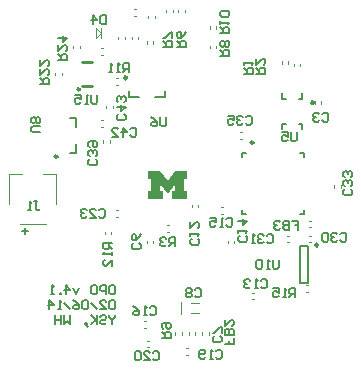
<source format=gbo>
%FSLAX24Y24*%
%MOIN*%
G70*
G01*
G75*
G04 Layer_Color=32896*
%ADD10C,0.0100*%
G04:AMPARAMS|DCode=11|XSize=63mil|YSize=98.4mil|CornerRadius=15.7mil|HoleSize=0mil|Usage=FLASHONLY|Rotation=0.000|XOffset=0mil|YOffset=0mil|HoleType=Round|Shape=RoundedRectangle|*
%AMROUNDEDRECTD11*
21,1,0.0630,0.0669,0,0,0.0*
21,1,0.0315,0.0984,0,0,0.0*
1,1,0.0315,0.0157,-0.0335*
1,1,0.0315,-0.0157,-0.0335*
1,1,0.0315,-0.0157,0.0335*
1,1,0.0315,0.0157,0.0335*
%
%ADD11ROUNDEDRECTD11*%
G04:AMPARAMS|DCode=12|XSize=33.5mil|YSize=17.7mil|CornerRadius=4.4mil|HoleSize=0mil|Usage=FLASHONLY|Rotation=0.000|XOffset=0mil|YOffset=0mil|HoleType=Round|Shape=RoundedRectangle|*
%AMROUNDEDRECTD12*
21,1,0.0335,0.0089,0,0,0.0*
21,1,0.0246,0.0177,0,0,0.0*
1,1,0.0089,0.0123,-0.0044*
1,1,0.0089,-0.0123,-0.0044*
1,1,0.0089,-0.0123,0.0044*
1,1,0.0089,0.0123,0.0044*
%
%ADD12ROUNDEDRECTD12*%
%ADD13O,0.0335X0.0110*%
%ADD14O,0.0110X0.0335*%
%ADD15R,0.2028X0.2028*%
%ADD16R,0.1850X0.1850*%
%ADD17O,0.0110X0.0315*%
%ADD18O,0.0315X0.0110*%
%ADD19O,0.0276X0.0098*%
%ADD20O,0.0098X0.0276*%
%ADD21O,0.0532X0.0177*%
%ADD22R,0.0142X0.0142*%
%ADD23R,0.0110X0.0110*%
G04:AMPARAMS|DCode=24|XSize=59.1mil|YSize=102.4mil|CornerRadius=0mil|HoleSize=0mil|Usage=FLASHONLY|Rotation=230.000|XOffset=0mil|YOffset=0mil|HoleType=Round|Shape=Rectangle|*
%AMROTATEDRECTD24*
4,1,4,-0.0202,0.0555,0.0582,-0.0103,0.0202,-0.0555,-0.0582,0.0103,-0.0202,0.0555,0.0*
%
%ADD24ROTATEDRECTD24*%

%ADD25R,0.0551X0.0630*%
%ADD26R,0.0630X0.0748*%
%ADD27R,0.0532X0.0157*%
%ADD28R,0.0138X0.0098*%
%ADD29R,0.0098X0.0187*%
%ADD30R,0.0217X0.0394*%
%ADD31R,0.0118X0.0193*%
%ADD32R,0.0118X0.0209*%
%ADD33R,0.0787X0.0472*%
%ADD34R,0.0335X0.0157*%
%ADD35R,0.0157X0.0335*%
%ADD36R,0.0276X0.0354*%
%ADD37R,0.0197X0.0315*%
%ADD38O,0.0315X0.0157*%
%ADD39R,0.2362X0.1890*%
%ADD40R,0.0236X0.0157*%
%ADD41R,0.0197X0.0354*%
%ADD42R,0.0157X0.0236*%
%ADD43R,0.0354X0.0197*%
%ADD44C,0.0060*%
%ADD45C,0.0050*%
%ADD46C,0.0120*%
%ADD47C,0.0181*%
%ADD48C,0.0080*%
%ADD49C,0.0150*%
%ADD50C,0.1260*%
%ADD51C,0.0630*%
%ADD52C,0.0180*%
%ADD53C,0.0197*%
%ADD54C,0.0276*%
%ADD55C,0.0260*%
%ADD56C,0.0220*%
%ADD57C,0.0200*%
%ADD58R,0.0236X0.0610*%
%ADD59R,0.0472X0.0709*%
%ADD60R,0.0591X0.0236*%
%ADD61R,0.0236X0.0591*%
%ADD62R,0.0512X0.0217*%
%ADD63R,0.1299X0.1299*%
%ADD64O,0.0315X0.0098*%
%ADD65O,0.0098X0.0315*%
%ADD66C,0.0098*%
%ADD67C,0.0039*%
%ADD68C,0.0079*%
%ADD69C,0.0047*%
G04:AMPARAMS|DCode=70|XSize=43.3mil|YSize=55.1mil|CornerRadius=0mil|HoleSize=0mil|Usage=FLASHONLY|Rotation=230.000|XOffset=0mil|YOffset=0mil|HoleType=Round|Shape=Rectangle|*
%AMROTATEDRECTD70*
4,1,4,-0.0072,0.0343,0.0350,-0.0011,0.0072,-0.0343,-0.0350,0.0011,-0.0072,0.0343,0.0*
%
%ADD70ROTATEDRECTD70*%

G04:AMPARAMS|DCode=71|XSize=69mil|YSize=104.4mil|CornerRadius=18.7mil|HoleSize=0mil|Usage=FLASHONLY|Rotation=0.000|XOffset=0mil|YOffset=0mil|HoleType=Round|Shape=RoundedRectangle|*
%AMROUNDEDRECTD71*
21,1,0.0690,0.0669,0,0,0.0*
21,1,0.0315,0.1044,0,0,0.0*
1,1,0.0375,0.0157,-0.0335*
1,1,0.0375,-0.0157,-0.0335*
1,1,0.0375,-0.0157,0.0335*
1,1,0.0375,0.0157,0.0335*
%
%ADD71ROUNDEDRECTD71*%
G04:AMPARAMS|DCode=72|XSize=39.5mil|YSize=23.7mil|CornerRadius=7.4mil|HoleSize=0mil|Usage=FLASHONLY|Rotation=0.000|XOffset=0mil|YOffset=0mil|HoleType=Round|Shape=RoundedRectangle|*
%AMROUNDEDRECTD72*
21,1,0.0395,0.0089,0,0,0.0*
21,1,0.0246,0.0237,0,0,0.0*
1,1,0.0149,0.0123,-0.0044*
1,1,0.0149,-0.0123,-0.0044*
1,1,0.0149,-0.0123,0.0044*
1,1,0.0149,0.0123,0.0044*
%
%ADD72ROUNDEDRECTD72*%
%ADD73O,0.0390X0.0165*%
%ADD74O,0.0165X0.0390*%
%ADD75R,0.2088X0.2088*%
%ADD76R,0.1910X0.1910*%
%ADD77O,0.0165X0.0370*%
%ADD78O,0.0370X0.0165*%
%ADD79O,0.0336X0.0158*%
%ADD80O,0.0158X0.0336*%
%ADD81O,0.0592X0.0237*%
%ADD82R,0.0202X0.0202*%
%ADD83R,0.0170X0.0170*%
G04:AMPARAMS|DCode=84|XSize=65.1mil|YSize=108.4mil|CornerRadius=0mil|HoleSize=0mil|Usage=FLASHONLY|Rotation=230.000|XOffset=0mil|YOffset=0mil|HoleType=Round|Shape=Rectangle|*
%AMROTATEDRECTD84*
4,1,4,-0.0206,0.0597,0.0624,-0.0099,0.0206,-0.0597,-0.0624,0.0099,-0.0206,0.0597,0.0*
%
%ADD84ROTATEDRECTD84*%

%ADD85R,0.0630X0.0709*%
%ADD86R,0.0709X0.0827*%
%ADD87R,0.0610X0.0236*%
%ADD88R,0.0198X0.0158*%
%ADD89R,0.0158X0.0247*%
%ADD90R,0.0277X0.0454*%
%ADD91R,0.0178X0.0253*%
%ADD92R,0.0178X0.0269*%
%ADD93R,0.0847X0.0532*%
%ADD94R,0.0395X0.0217*%
%ADD95R,0.0217X0.0395*%
%ADD96R,0.0336X0.0414*%
%ADD97R,0.0257X0.0375*%
%ADD98O,0.0375X0.0217*%
%ADD99R,0.2422X0.1950*%
%ADD100R,0.0296X0.0217*%
%ADD101R,0.0257X0.0414*%
%ADD102R,0.0217X0.0296*%
%ADD103R,0.0414X0.0257*%
%ADD104C,0.1320*%
%ADD105C,0.0690*%
%ADD106C,0.0320*%
%ADD107C,0.0020*%
%ADD108R,0.0296X0.0670*%
%ADD109R,0.0532X0.0769*%
%ADD110R,0.0651X0.0296*%
%ADD111R,0.0296X0.0651*%
%ADD112R,0.0572X0.0277*%
%ADD113R,0.1359X0.1359*%
%ADD114O,0.0375X0.0158*%
%ADD115O,0.0158X0.0375*%
%ADD116C,0.0076*%
G36*
X597Y149D02*
X500D01*
Y-250D01*
X597D01*
Y-514D01*
X101D01*
Y-250D01*
X202D01*
Y-11D01*
X-43Y-355D01*
X-60D01*
X-310Y-11D01*
Y-250D01*
X-209D01*
Y-514D01*
X-704D01*
Y-250D01*
X-603D01*
Y149D01*
X-704D01*
Y413D01*
X-312D01*
X-60Y65D01*
X-48D01*
X204Y413D01*
X597D01*
Y149D01*
D02*
G37*
D10*
X-2986Y3138D02*
G03*
X-2986Y3138I-39J0D01*
G01*
X-2907Y3256D02*
X-2593D01*
X-2907Y4044D02*
X-2593D01*
D45*
X4250Y1700D02*
Y1450D01*
X4200Y1400D01*
X4100D01*
X4050Y1450D01*
Y1700D01*
X3750D02*
X3950D01*
Y1550D01*
X3850Y1600D01*
X3800D01*
X3750Y1550D01*
Y1450D01*
X3800Y1400D01*
X3900D01*
X3950Y1450D01*
X-4500Y-600D02*
X-4400D01*
X-4450D01*
Y-850D01*
X-4400Y-900D01*
X-4350D01*
X-4300Y-850D01*
X-4600Y-900D02*
X-4700D01*
X-4650D01*
Y-600D01*
X-4600Y-650D01*
X-2400Y2950D02*
Y2700D01*
X-2450Y2650D01*
X-2550D01*
X-2600Y2700D01*
Y2950D01*
X-2700Y2650D02*
X-2800D01*
X-2750D01*
Y2950D01*
X-2700Y2900D01*
X-3150Y2950D02*
X-2950D01*
Y2800D01*
X-3050Y2850D01*
X-3100D01*
X-3150Y2800D01*
Y2700D01*
X-3100Y2650D01*
X-3000D01*
X-2950Y2700D01*
X5100Y2300D02*
X5150Y2350D01*
X5250D01*
X5300Y2300D01*
Y2100D01*
X5250Y2050D01*
X5150D01*
X5100Y2100D01*
X5000Y2300D02*
X4950Y2350D01*
X4850D01*
X4800Y2300D01*
Y2250D01*
X4850Y2200D01*
X4900D01*
X4850D01*
X4800Y2150D01*
Y2100D01*
X4850Y2050D01*
X4950D01*
X5000Y2100D01*
X-1000Y-2000D02*
X-950Y-2050D01*
Y-2150D01*
X-1000Y-2200D01*
X-1200D01*
X-1250Y-2150D01*
Y-2050D01*
X-1200Y-2000D01*
X-950Y-1700D02*
X-1000Y-1800D01*
X-1100Y-1900D01*
X-1200D01*
X-1250Y-1850D01*
Y-1750D01*
X-1200Y-1700D01*
X-1150D01*
X-1100Y-1750D01*
Y-1900D01*
X1700Y-5100D02*
X1750Y-5150D01*
Y-5250D01*
X1700Y-5300D01*
X1500D01*
X1450Y-5250D01*
Y-5150D01*
X1500Y-5100D01*
X1750Y-5000D02*
Y-4800D01*
X1700D01*
X1500Y-5000D01*
X1450D01*
X950Y-1850D02*
X1000Y-1900D01*
Y-2000D01*
X950Y-2050D01*
X750D01*
X700Y-2000D01*
Y-1900D01*
X750Y-1850D01*
X700Y-1750D02*
Y-1650D01*
Y-1700D01*
X1000D01*
X950Y-1750D01*
X700Y-1300D02*
Y-1500D01*
X900Y-1300D01*
X950D01*
X1000Y-1350D01*
Y-1450D01*
X950Y-1500D01*
X3050Y-3250D02*
X3100Y-3200D01*
X3200D01*
X3250Y-3250D01*
Y-3450D01*
X3200Y-3500D01*
X3100D01*
X3050Y-3450D01*
X2950Y-3500D02*
X2850D01*
X2900D01*
Y-3200D01*
X2950Y-3250D01*
X2700D02*
X2650Y-3200D01*
X2550D01*
X2500Y-3250D01*
Y-3300D01*
X2550Y-3350D01*
X2600D01*
X2550D01*
X2500Y-3400D01*
Y-3450D01*
X2550Y-3500D01*
X2650D01*
X2700Y-3450D01*
X2550Y-1750D02*
X2600Y-1800D01*
Y-1900D01*
X2550Y-1950D01*
X2350D01*
X2300Y-1900D01*
Y-1800D01*
X2350Y-1750D01*
X2300Y-1650D02*
Y-1550D01*
Y-1600D01*
X2600D01*
X2550Y-1650D01*
X2300Y-1250D02*
X2600D01*
X2450Y-1400D01*
Y-1200D01*
X1900Y-1200D02*
X1950Y-1150D01*
X2050D01*
X2100Y-1200D01*
Y-1400D01*
X2050Y-1450D01*
X1950D01*
X1900Y-1400D01*
X1800Y-1450D02*
X1700D01*
X1750D01*
Y-1150D01*
X1800Y-1200D01*
X1350Y-1150D02*
X1550D01*
Y-1300D01*
X1450Y-1250D01*
X1400D01*
X1350Y-1300D01*
Y-1400D01*
X1400Y-1450D01*
X1500D01*
X1550Y-1400D01*
X-650Y-4150D02*
X-600Y-4100D01*
X-500D01*
X-450Y-4150D01*
Y-4350D01*
X-500Y-4400D01*
X-600D01*
X-650Y-4350D01*
X-750Y-4400D02*
X-850D01*
X-800D01*
Y-4100D01*
X-750Y-4150D01*
X-1200Y-4100D02*
X-1100Y-4150D01*
X-1000Y-4250D01*
Y-4350D01*
X-1050Y-4400D01*
X-1150D01*
X-1200Y-4350D01*
Y-4300D01*
X-1150Y-4250D01*
X-1000D01*
X1550Y-5600D02*
X1600Y-5550D01*
X1700D01*
X1750Y-5600D01*
Y-5800D01*
X1700Y-5850D01*
X1600D01*
X1550Y-5800D01*
X1450Y-5850D02*
X1350D01*
X1400D01*
Y-5550D01*
X1450Y-5600D01*
X1200Y-5800D02*
X1150Y-5850D01*
X1050D01*
X1000Y-5800D01*
Y-5600D01*
X1050Y-5550D01*
X1150D01*
X1200Y-5600D01*
Y-5650D01*
X1150Y-5700D01*
X1000D01*
X-550Y-5650D02*
X-500Y-5600D01*
X-400D01*
X-350Y-5650D01*
Y-5850D01*
X-400Y-5900D01*
X-500D01*
X-550Y-5850D01*
X-850Y-5900D02*
X-650D01*
X-850Y-5700D01*
Y-5650D01*
X-800Y-5600D01*
X-700D01*
X-650Y-5650D01*
X-950D02*
X-1000Y-5600D01*
X-1100D01*
X-1150Y-5650D01*
Y-5850D01*
X-1100Y-5900D01*
X-1000D01*
X-950Y-5850D01*
Y-5650D01*
X-2350Y-900D02*
X-2300Y-850D01*
X-2200D01*
X-2150Y-900D01*
Y-1100D01*
X-2200Y-1150D01*
X-2300D01*
X-2350Y-1100D01*
X-2650Y-1150D02*
X-2450D01*
X-2650Y-950D01*
Y-900D01*
X-2600Y-850D01*
X-2500D01*
X-2450Y-900D01*
X-2750D02*
X-2800Y-850D01*
X-2900D01*
X-2950Y-900D01*
Y-950D01*
X-2900Y-1000D01*
X-2850D01*
X-2900D01*
X-2950Y-1050D01*
Y-1100D01*
X-2900Y-1150D01*
X-2800D01*
X-2750Y-1100D01*
X5700Y-1700D02*
X5750Y-1650D01*
X5850D01*
X5900Y-1700D01*
Y-1900D01*
X5850Y-1950D01*
X5750D01*
X5700Y-1900D01*
X5600Y-1700D02*
X5550Y-1650D01*
X5450D01*
X5400Y-1700D01*
Y-1750D01*
X5450Y-1800D01*
X5500D01*
X5450D01*
X5400Y-1850D01*
Y-1900D01*
X5450Y-1950D01*
X5550D01*
X5600Y-1900D01*
X5300Y-1700D02*
X5250Y-1650D01*
X5150D01*
X5100Y-1700D01*
Y-1900D01*
X5150Y-1950D01*
X5250D01*
X5300Y-1900D01*
Y-1700D01*
X3250Y-1750D02*
X3300Y-1700D01*
X3400D01*
X3450Y-1750D01*
Y-1950D01*
X3400Y-2000D01*
X3300D01*
X3250Y-1950D01*
X3150Y-1750D02*
X3100Y-1700D01*
X3000D01*
X2950Y-1750D01*
Y-1800D01*
X3000Y-1850D01*
X3050D01*
X3000D01*
X2950Y-1900D01*
Y-1950D01*
X3000Y-2000D01*
X3100D01*
X3150Y-1950D01*
X2850Y-2000D02*
X2750D01*
X2800D01*
Y-1700D01*
X2850Y-1750D01*
X2550Y2200D02*
X2600Y2250D01*
X2700D01*
X2750Y2200D01*
Y2000D01*
X2700Y1950D01*
X2600D01*
X2550Y2000D01*
X2450Y2200D02*
X2400Y2250D01*
X2300D01*
X2250Y2200D01*
Y2150D01*
X2300Y2100D01*
X2350D01*
X2300D01*
X2250Y2050D01*
Y2000D01*
X2300Y1950D01*
X2400D01*
X2450Y2000D01*
X1950Y2250D02*
X2150D01*
Y2100D01*
X2050Y2150D01*
X2000D01*
X1950Y2100D01*
Y2000D01*
X2000Y1950D01*
X2100D01*
X2150Y2000D01*
X-1300Y1800D02*
X-1250Y1850D01*
X-1150D01*
X-1100Y1800D01*
Y1600D01*
X-1150Y1550D01*
X-1250D01*
X-1300Y1600D01*
X-1550Y1550D02*
Y1850D01*
X-1400Y1700D01*
X-1600D01*
X-1900Y1550D02*
X-1700D01*
X-1900Y1750D01*
Y1800D01*
X-1850Y1850D01*
X-1750D01*
X-1700Y1800D01*
X-1500Y2300D02*
X-1450Y2250D01*
Y2150D01*
X-1500Y2100D01*
X-1700D01*
X-1750Y2150D01*
Y2250D01*
X-1700Y2300D01*
X-1750Y2550D02*
X-1450D01*
X-1600Y2400D01*
Y2600D01*
X-1500Y2700D02*
X-1450Y2750D01*
Y2850D01*
X-1500Y2900D01*
X-1550D01*
X-1600Y2850D01*
Y2800D01*
Y2850D01*
X-1650Y2900D01*
X-1700D01*
X-1750Y2850D01*
Y2750D01*
X-1700Y2700D01*
X-2450Y800D02*
X-2400Y750D01*
Y650D01*
X-2450Y600D01*
X-2650D01*
X-2700Y650D01*
Y750D01*
X-2650Y800D01*
X-2450Y900D02*
X-2400Y950D01*
Y1050D01*
X-2450Y1100D01*
X-2500D01*
X-2550Y1050D01*
Y1000D01*
Y1050D01*
X-2600Y1100D01*
X-2650D01*
X-2700Y1050D01*
Y950D01*
X-2650Y900D01*
Y1200D02*
X-2700Y1250D01*
Y1350D01*
X-2650Y1400D01*
X-2450D01*
X-2400Y1350D01*
Y1250D01*
X-2450Y1200D01*
X-2500D01*
X-2550Y1250D01*
Y1400D01*
X-2100Y5600D02*
Y5300D01*
X-2250D01*
X-2300Y5350D01*
Y5550D01*
X-2250Y5600D01*
X-2100D01*
X-2550Y5300D02*
Y5600D01*
X-2400Y5450D01*
X-2600D01*
X2150Y-5150D02*
Y-5350D01*
X2000D01*
Y-5250D01*
Y-5350D01*
X1850D01*
X2150Y-5050D02*
X1850D01*
Y-4900D01*
X1900Y-4850D01*
X1950D01*
X2000Y-4900D01*
Y-5050D01*
Y-4900D01*
X2050Y-4850D01*
X2100D01*
X2150Y-4900D01*
Y-5050D01*
X1850Y-4550D02*
Y-4750D01*
X2050Y-4550D01*
X2100D01*
X2150Y-4600D01*
Y-4700D01*
X2100Y-4750D01*
X4100Y-1250D02*
X4300D01*
Y-1400D01*
X4200D01*
X4300D01*
Y-1550D01*
X4000Y-1250D02*
Y-1550D01*
X3850D01*
X3800Y-1500D01*
Y-1450D01*
X3850Y-1400D01*
X4000D01*
X3850D01*
X3800Y-1350D01*
Y-1300D01*
X3850Y-1250D01*
X4000D01*
X3700Y-1300D02*
X3650Y-1250D01*
X3550D01*
X3500Y-1300D01*
Y-1350D01*
X3550Y-1400D01*
X3600D01*
X3550D01*
X3500Y-1450D01*
Y-1500D01*
X3550Y-1550D01*
X3650D01*
X3700Y-1500D01*
X2500Y3650D02*
X2800D01*
Y3800D01*
X2750Y3850D01*
X2650D01*
X2600Y3800D01*
Y3650D01*
Y3750D02*
X2500Y3850D01*
Y3950D02*
Y4050D01*
Y4000D01*
X2800D01*
X2750Y3950D01*
X2900Y3650D02*
X3200D01*
Y3800D01*
X3150Y3850D01*
X3050D01*
X3000Y3800D01*
Y3650D01*
Y3750D02*
X2900Y3850D01*
Y4150D02*
Y3950D01*
X3100Y4150D01*
X3150D01*
X3200Y4100D01*
Y4000D01*
X3150Y3950D01*
X200Y-2100D02*
Y-1800D01*
X50D01*
X0Y-1850D01*
Y-1950D01*
X50Y-2000D01*
X200D01*
X100D02*
X0Y-2100D01*
X-100Y-1850D02*
X-150Y-1800D01*
X-250D01*
X-300Y-1850D01*
Y-1900D01*
X-250Y-1950D01*
X-200D01*
X-250D01*
X-300Y-2000D01*
Y-2050D01*
X-250Y-2100D01*
X-150D01*
X-100Y-2050D01*
X1700Y5000D02*
X2000D01*
Y5150D01*
X1950Y5200D01*
X1850D01*
X1800Y5150D01*
Y5000D01*
Y5100D02*
X1700Y5200D01*
Y5300D02*
Y5400D01*
Y5350D01*
X2000D01*
X1950Y5300D01*
Y5550D02*
X2000Y5600D01*
Y5700D01*
X1950Y5750D01*
X1750D01*
X1700Y5700D01*
Y5600D01*
X1750Y5550D01*
X1950D01*
X-250Y-5150D02*
X50D01*
Y-5000D01*
X-0Y-4950D01*
X-100D01*
X-150Y-5000D01*
Y-5150D01*
Y-5050D02*
X-250Y-4950D01*
X-200Y-4850D02*
X-250Y-4800D01*
Y-4700D01*
X-200Y-4650D01*
X-0D01*
X50Y-4700D01*
Y-4800D01*
X-0Y-4850D01*
X-50D01*
X-100Y-4800D01*
Y-4650D01*
X-1900Y-2000D02*
X-2200D01*
Y-2150D01*
X-2150Y-2200D01*
X-2050D01*
X-2000Y-2150D01*
Y-2000D01*
Y-2100D02*
X-1900Y-2200D01*
Y-2300D02*
Y-2400D01*
Y-2350D01*
X-2200D01*
X-2150Y-2300D01*
X-1900Y-2750D02*
Y-2550D01*
X-2100Y-2750D01*
X-2150D01*
X-2200Y-2700D01*
Y-2600D01*
X-2150Y-2550D01*
X-1350Y3700D02*
Y4000D01*
X-1500D01*
X-1550Y3950D01*
Y3850D01*
X-1500Y3800D01*
X-1350D01*
X-1450D02*
X-1550Y3700D01*
X-1650D02*
X-1750D01*
X-1700D01*
Y4000D01*
X-1650Y3950D01*
X-1900Y3700D02*
X-2000D01*
X-1950D01*
Y4000D01*
X-1900Y3950D01*
X4200Y-3800D02*
Y-3500D01*
X4050D01*
X4000Y-3550D01*
Y-3650D01*
X4050Y-3700D01*
X4200D01*
X4100D02*
X4000Y-3800D01*
X3900D02*
X3800D01*
X3850D01*
Y-3500D01*
X3900Y-3550D01*
X3450Y-3500D02*
X3650D01*
Y-3650D01*
X3550Y-3600D01*
X3500D01*
X3450Y-3650D01*
Y-3750D01*
X3500Y-3800D01*
X3600D01*
X3650Y-3750D01*
X-4300Y3300D02*
X-4000D01*
Y3450D01*
X-4050Y3500D01*
X-4150D01*
X-4200Y3450D01*
Y3300D01*
Y3400D02*
X-4300Y3500D01*
Y3800D02*
Y3600D01*
X-4100Y3800D01*
X-4050D01*
X-4000Y3750D01*
Y3650D01*
X-4050Y3600D01*
X-4300Y4100D02*
Y3900D01*
X-4100Y4100D01*
X-4050D01*
X-4000Y4050D01*
Y3950D01*
X-4050Y3900D01*
X-3700Y4100D02*
X-3400D01*
Y4250D01*
X-3450Y4300D01*
X-3550D01*
X-3600Y4250D01*
Y4100D01*
Y4200D02*
X-3700Y4300D01*
Y4600D02*
Y4400D01*
X-3500Y4600D01*
X-3450D01*
X-3400Y4550D01*
Y4450D01*
X-3450Y4400D01*
X-3700Y4850D02*
X-3400D01*
X-3550Y4700D01*
Y4900D01*
X-100Y2200D02*
Y1950D01*
X-150Y1900D01*
X-250D01*
X-300Y1950D01*
Y2200D01*
X-600D02*
X-500Y2150D01*
X-400Y2050D01*
Y1950D01*
X-450Y1900D01*
X-550D01*
X-600Y1950D01*
Y2000D01*
X-550Y2050D01*
X-400D01*
X-4300Y1700D02*
X-4550D01*
X-4600Y1750D01*
Y1850D01*
X-4550Y1900D01*
X-4300D01*
X-4350Y2000D02*
X-4300Y2050D01*
Y2150D01*
X-4350Y2200D01*
X-4400D01*
X-4450Y2150D01*
X-4500Y2200D01*
X-4550D01*
X-4600Y2150D01*
Y2050D01*
X-4550Y2000D01*
X-4500D01*
X-4450Y2050D01*
X-4400Y2000D01*
X-4350D01*
X-4450Y2050D02*
Y2150D01*
X3650Y-2550D02*
Y-2800D01*
X3600Y-2850D01*
X3500D01*
X3450Y-2800D01*
Y-2550D01*
X3350Y-2850D02*
X3250D01*
X3300D01*
Y-2550D01*
X3350Y-2600D01*
X3100D02*
X3050Y-2550D01*
X2950D01*
X2900Y-2600D01*
Y-2800D01*
X2950Y-2850D01*
X3050D01*
X3100Y-2800D01*
Y-2600D01*
X-200Y4550D02*
X100D01*
Y4700D01*
X50Y4750D01*
X-50D01*
X-100Y4700D01*
Y4550D01*
Y4650D02*
X-200Y4750D01*
X100Y4850D02*
Y5050D01*
X50D01*
X-150Y4850D01*
X-200D01*
X250Y4550D02*
X550D01*
Y4700D01*
X500Y4750D01*
X400D01*
X350Y4700D01*
Y4550D01*
Y4650D02*
X250Y4750D01*
X550Y5050D02*
X500Y4950D01*
X400Y4850D01*
X300D01*
X250Y4900D01*
Y5000D01*
X300Y5050D01*
X350D01*
X400Y5000D01*
Y4850D01*
X1700Y4250D02*
X2000D01*
Y4400D01*
X1950Y4450D01*
X1850D01*
X1800Y4400D01*
Y4250D01*
Y4350D02*
X1700Y4450D01*
X1950Y4550D02*
X2000Y4600D01*
Y4700D01*
X1950Y4750D01*
X1900D01*
X1850Y4700D01*
X1800Y4750D01*
X1750D01*
X1700Y4700D01*
Y4600D01*
X1750Y4550D01*
X1800D01*
X1850Y4600D01*
X1900Y4550D01*
X1950D01*
X1850Y4600D02*
Y4700D01*
X850Y-3550D02*
X900Y-3500D01*
X1000D01*
X1050Y-3550D01*
Y-3750D01*
X1000Y-3800D01*
X900D01*
X850Y-3750D01*
X750Y-3550D02*
X700Y-3500D01*
X600D01*
X550Y-3550D01*
Y-3600D01*
X600Y-3650D01*
X550Y-3700D01*
Y-3750D01*
X600Y-3800D01*
X700D01*
X750Y-3750D01*
Y-3700D01*
X700Y-3650D01*
X750Y-3600D01*
Y-3550D01*
X700Y-3650D02*
X600D01*
X6050Y-200D02*
X6100Y-250D01*
Y-350D01*
X6050Y-400D01*
X5850D01*
X5800Y-350D01*
Y-250D01*
X5850Y-200D01*
X6050Y-100D02*
X6100Y-50D01*
Y50D01*
X6050Y100D01*
X6000D01*
X5950Y50D01*
Y-0D01*
Y50D01*
X5900Y100D01*
X5850D01*
X5800Y50D01*
Y-50D01*
X5850Y-100D01*
X6050Y200D02*
X6100Y250D01*
Y350D01*
X6050Y400D01*
X6000D01*
X5950Y350D01*
Y300D01*
Y350D01*
X5900Y400D01*
X5850D01*
X5800Y350D01*
Y250D01*
X5850Y200D01*
X-1950Y-3400D02*
X-1850D01*
X-1800Y-3450D01*
Y-3650D01*
X-1850Y-3700D01*
X-1950D01*
X-2000Y-3650D01*
Y-3450D01*
X-1950Y-3400D01*
X-2100Y-3700D02*
Y-3400D01*
X-2250D01*
X-2300Y-3450D01*
Y-3550D01*
X-2250Y-3600D01*
X-2100D01*
X-2550Y-3400D02*
X-2450D01*
X-2400Y-3450D01*
Y-3650D01*
X-2450Y-3700D01*
X-2550D01*
X-2600Y-3650D01*
Y-3450D01*
X-2550Y-3400D01*
X-3000Y-3500D02*
X-3100Y-3700D01*
X-3200Y-3500D01*
X-3449Y-3700D02*
Y-3400D01*
X-3300Y-3550D01*
X-3499D01*
X-3599Y-3700D02*
Y-3650D01*
X-3649D01*
Y-3700D01*
X-3599D01*
X-3849D02*
X-3949D01*
X-3899D01*
Y-3400D01*
X-3849Y-3450D01*
X-1800Y-4400D02*
Y-4450D01*
X-1900Y-4550D01*
X-2000Y-4450D01*
Y-4400D01*
X-1900Y-4550D02*
Y-4700D01*
X-2300Y-4450D02*
X-2250Y-4400D01*
X-2150D01*
X-2100Y-4450D01*
Y-4500D01*
X-2150Y-4550D01*
X-2250D01*
X-2300Y-4600D01*
Y-4650D01*
X-2250Y-4700D01*
X-2150D01*
X-2100Y-4650D01*
X-2400Y-4400D02*
Y-4700D01*
Y-4600D01*
X-2600Y-4400D01*
X-2450Y-4550D01*
X-2600Y-4700D01*
X-2750Y-4750D02*
X-2800Y-4700D01*
Y-4650D01*
X-2750D01*
Y-4700D01*
X-2800D01*
X-2750Y-4750D01*
X-2700Y-4800D01*
X-3300Y-4400D02*
Y-4700D01*
X-3399Y-4600D01*
X-3499Y-4700D01*
Y-4400D01*
X-3599D02*
Y-4700D01*
Y-4550D01*
X-3799D01*
Y-4400D01*
Y-4700D01*
X-1800Y-3950D02*
X-1850Y-3900D01*
X-1950D01*
X-2000Y-3950D01*
Y-4150D01*
X-1950Y-4200D01*
X-1850D01*
X-1800Y-4150D01*
Y-3950D01*
X-2300Y-4200D02*
X-2100D01*
X-2300Y-4000D01*
Y-3950D01*
X-2250Y-3900D01*
X-2150D01*
X-2100Y-3950D01*
X-2400Y-4200D02*
X-2600Y-4000D01*
X-2700Y-3950D02*
X-2750Y-3900D01*
X-2850D01*
X-2900Y-3950D01*
Y-4150D01*
X-2850Y-4200D01*
X-2750D01*
X-2700Y-4150D01*
Y-3950D01*
X-3200Y-3900D02*
X-3100Y-3950D01*
X-3000Y-4050D01*
Y-4150D01*
X-3050Y-4200D01*
X-3150D01*
X-3200Y-4150D01*
Y-4100D01*
X-3150Y-4050D01*
X-3000D01*
X-3300Y-4200D02*
X-3499Y-4000D01*
X-3599Y-4200D02*
X-3699D01*
X-3649D01*
Y-3900D01*
X-3599Y-3950D01*
X-3999Y-4200D02*
Y-3900D01*
X-3849Y-4050D01*
X-4049D01*
X-4700Y-1600D02*
X-4900D01*
X-4800Y-1500D02*
Y-1700D01*
D66*
X4819Y2695D02*
G03*
X4819Y2695I-49J0D01*
G01*
X-3725Y891D02*
G03*
X-3725Y891I-49J0D01*
G01*
X-1409Y3524D02*
G03*
X-1409Y3524I-49J0D01*
G01*
X4963Y-2050D02*
G03*
X4963Y-2050I-49J0D01*
G01*
X2810Y1358D02*
G03*
X2810Y1358I-49J0D01*
G01*
D67*
X-3763Y-681D02*
Y323D01*
X-4196D02*
X-3763D01*
X-5337D02*
X-4904D01*
X-5337Y-681D02*
Y323D01*
X-4983Y-1350D02*
X-4117D01*
X-1789Y-1108D02*
X-1711D01*
X-1789Y-892D02*
X-1711D01*
X-1942Y-1689D02*
Y-1611D01*
X-2158Y-1689D02*
Y-1611D01*
X-1258Y4811D02*
Y4889D01*
X-1042Y4811D02*
Y4889D01*
X-1189Y5592D02*
X-1111D01*
X-1189Y5808D02*
X-1111D01*
X-1708Y4811D02*
Y4889D01*
X-1492Y4811D02*
Y4889D01*
X-2289Y4292D02*
X-2211D01*
X-2289Y4508D02*
X-2211D01*
X-708Y5511D02*
Y5589D01*
X-492Y5511D02*
Y5589D01*
X-758Y4661D02*
Y4739D01*
X-542Y4661D02*
Y4739D01*
X4842Y2661D02*
Y2739D01*
X5058Y2661D02*
Y2739D01*
X4142Y3911D02*
Y3989D01*
X4358Y3911D02*
Y3989D01*
X3742Y3988D02*
Y4067D01*
X3958Y3988D02*
Y4067D01*
X1342Y5161D02*
Y5239D01*
X1558Y5161D02*
Y5239D01*
Y4511D02*
Y4589D01*
X1342Y4511D02*
Y4589D01*
X292Y5711D02*
Y5789D01*
X508Y5711D02*
Y5789D01*
X-108Y5711D02*
Y5789D01*
X108Y5711D02*
Y5789D01*
X-2271Y4833D02*
Y5177D01*
X-2439D02*
X-2271Y5010D01*
X-2439Y4833D02*
Y5177D01*
Y4833D02*
X-2271Y5000D01*
X-2108Y2511D02*
Y2589D01*
X-1892Y2511D02*
Y2589D01*
X-2289Y2108D02*
X-2211D01*
X-2289Y1892D02*
X-2211D01*
X-1992Y1361D02*
Y1439D01*
X-2208Y1361D02*
Y1439D01*
X-3808Y3611D02*
Y3689D01*
X-3592Y3611D02*
Y3689D01*
X-2992Y4511D02*
Y4589D01*
X-3208Y4511D02*
Y4589D01*
X-1789Y3292D02*
X-1711D01*
X-1789Y3508D02*
X-1711D01*
X4561Y-3608D02*
X4639D01*
X4561Y-3392D02*
X4639D01*
X4661Y-1742D02*
X4739D01*
X4661Y-1958D02*
X4739D01*
X3911D02*
X3989D01*
X3911Y-1742D02*
X3989D01*
X4661Y-1458D02*
X4739D01*
X4661Y-1242D02*
X4739D01*
X2761Y-3858D02*
X2839D01*
X2761Y-3642D02*
X2839D01*
X712Y-3973D02*
X988D01*
X712Y-4317D02*
X988D01*
X400Y-4350D02*
Y-3950D01*
X1308Y-5039D02*
Y-4961D01*
X1092Y-5039D02*
Y-4961D01*
X642Y-5039D02*
Y-4961D01*
X858Y-5039D02*
Y-4961D01*
X192Y-5039D02*
Y-4961D01*
X408Y-5039D02*
Y-4961D01*
X561Y-5492D02*
X639D01*
X561Y-5708D02*
X639D01*
X-739Y-5458D02*
X-661D01*
X-739Y-5242D02*
X-661D01*
X-839Y-4592D02*
X-761D01*
X-839Y-4808D02*
X-761D01*
X2158Y-1989D02*
Y-1911D01*
X1942Y-1989D02*
Y-1911D01*
X1711Y-1008D02*
X1789D01*
X1711Y-792D02*
X1789D01*
X958Y-789D02*
Y-711D01*
X742Y-789D02*
Y-711D01*
X-89Y-1392D02*
X-11D01*
X-89Y-1608D02*
X-11D01*
X-758Y-1989D02*
Y-1911D01*
X-542Y-1989D02*
Y-1911D01*
X2361Y1708D02*
X2439D01*
X2361Y1492D02*
X2439D01*
X5708Y-139D02*
Y-61D01*
X5492Y-139D02*
Y-61D01*
D68*
X4435Y2813D02*
Y3000D01*
X4307Y2813D02*
X4435D01*
X3765D02*
X3893D01*
X3765D02*
Y3000D01*
Y1800D02*
Y1987D01*
X3893D01*
X4307D02*
X4435D01*
Y1800D02*
Y1987D01*
X-3321Y1009D02*
X-3124D01*
Y1324D01*
X-3321Y2191D02*
X-3124D01*
Y1876D02*
Y2191D01*
X-1341Y2874D02*
Y3071D01*
Y2874D02*
X-1026D01*
X-159D02*
Y3071D01*
X-474Y2874D02*
X-159D01*
X4362Y-3310D02*
Y-2090D01*
X4638Y-3310D02*
Y-2090D01*
X4362Y-3310D02*
X4638D01*
X4362Y-2090D02*
X4638D01*
X2426Y1024D02*
X2554D01*
X2426Y896D02*
Y1024D01*
X4346D02*
X4474D01*
Y896D02*
Y1024D01*
X4346Y-1024D02*
X4474D01*
Y-896D01*
X2426Y-1024D02*
X2554D01*
X2426D02*
Y-896D01*
M02*

</source>
